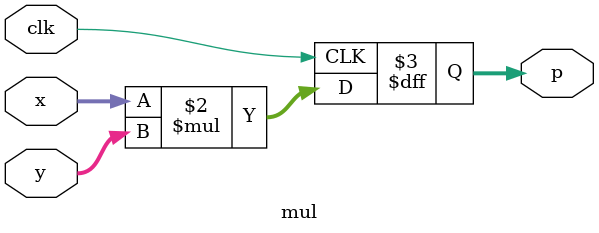
<source format=v>
module mul(
	input			clk,
	input		[31:0]	x,
	input		[31:0]	y,
	output	reg	[31:0]	p
);
	always @(posedge clk) begin
		p <= x * y;
	end
endmodule

</source>
